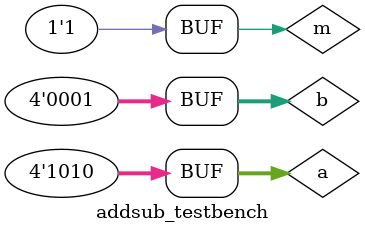
<source format=v>
module addsub(a, b, m, s, c);
input [3:0]a,b;
input m;
output [3:0]s;
output c;
wire c1,c2,c3,bn0,bn1,bn2,bn3;
assign bn0=b[0]^m;
assign bn1=b[1]^m;
assign bn2=b[2]^m;
assign bn3=b[3]^m;

full_adderlab6 fa1(
.Data_in_A(a[0]),
.Data_in_B(bn0),
.Data_in_C(m),
.Data_out_Sum(s[0]),
.Data_out_Carry(c1)
);
	
full_adderlab6 fa2(
.Data_in_A(a[1]),
.Data_in_B(bn1),
.Data_in_C(m),
.Data_out_Sum(s[1]),
.Data_out_Carry(c2)
);
full_adderlab6 fa3(
.Data_in_A(a[2]),
.Data_in_B(bn2),
.Data_in_C(m),
.Data_out_Sum(s[2]),
.Data_out_Carry(c3)
);
full_adderlab6 fa4(
.Data_in_A(a[3]),
.Data_in_B(bn3),
.Data_in_C(m),
.Data_out_Sum(s[3]),
.Data_out_Carry(c)
);
endmodule

module addsub_testbench;
reg [3:0]a,b;
reg m;
wire [3:0]s;
wire c;

addsub DUT(a, b, m, s, c);
initial
begin
a[0]=0;a[1]=1;a[2]=0;a[3]=1;
b[0]=0;b[1]=0;b[2]=1;b[3]=1;   
m=0;
#10;
a[0]=0;a[1]=1;a[2]=0;a[3]=1;
b[0]=1;b[1]=0;b[2]=0;b[3]=0;   
m=1;
#100;
end
endmodule

</source>
